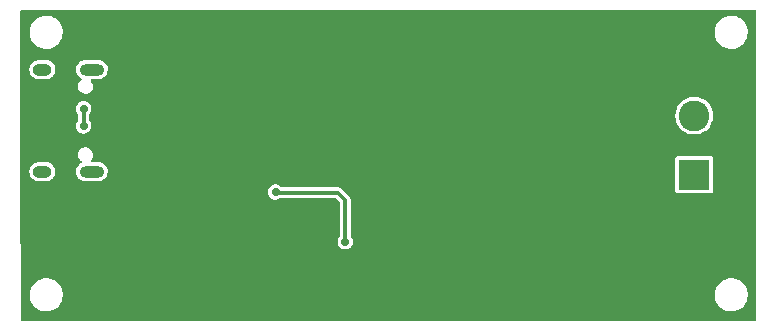
<source format=gbr>
%TF.GenerationSoftware,KiCad,Pcbnew,6.0.4-6f826c9f35~116~ubuntu21.10.1*%
%TF.CreationDate,2022-04-19T16:41:44+02:00*%
%TF.ProjectId,mbus,6d627573-2e6b-4696-9361-645f70636258,rev?*%
%TF.SameCoordinates,Original*%
%TF.FileFunction,Copper,L2,Bot*%
%TF.FilePolarity,Positive*%
%FSLAX46Y46*%
G04 Gerber Fmt 4.6, Leading zero omitted, Abs format (unit mm)*
G04 Created by KiCad (PCBNEW 6.0.4-6f826c9f35~116~ubuntu21.10.1) date 2022-04-19 16:41:44*
%MOMM*%
%LPD*%
G01*
G04 APERTURE LIST*
%TA.AperFunction,ComponentPad*%
%ADD10O,2.100000X1.000000*%
%TD*%
%TA.AperFunction,ComponentPad*%
%ADD11O,1.600000X1.000000*%
%TD*%
%TA.AperFunction,ComponentPad*%
%ADD12R,2.600000X2.600000*%
%TD*%
%TA.AperFunction,ComponentPad*%
%ADD13C,2.600000*%
%TD*%
%TA.AperFunction,ViaPad*%
%ADD14C,0.700000*%
%TD*%
%TA.AperFunction,Conductor*%
%ADD15C,0.300000*%
%TD*%
G04 APERTURE END LIST*
D10*
%TO.P,J1,S1,SHIELD*%
%TO.N,unconnected-(J1-PadS1)*%
X49630000Y-72180000D03*
D11*
X45450000Y-72180000D03*
X45450000Y-80820000D03*
D10*
X49630000Y-80820000D03*
%TD*%
D12*
%TO.P,J2,1,Pin_1*%
%TO.N,/+*%
X100650000Y-81075000D03*
D13*
%TO.P,J2,2,Pin_2*%
%TO.N,/-*%
X100650000Y-76075000D03*
%TD*%
D14*
%TO.N,GND*%
X69250000Y-84900000D03*
X68400000Y-84900000D03*
X67600000Y-84900000D03*
X70050000Y-84900000D03*
X60400000Y-84850000D03*
X57450000Y-83250000D03*
X58050000Y-82550000D03*
%TO.N,+34V*%
X71100000Y-86750000D03*
X65200000Y-82550000D03*
%TO.N,GND*%
X66700000Y-75300000D03*
X75200000Y-76750000D03*
X75200000Y-74850000D03*
X60250000Y-80700000D03*
X63200000Y-80700000D03*
X60700000Y-77250000D03*
X52600000Y-80600000D03*
X51600000Y-80600000D03*
X52550000Y-72400000D03*
X51550000Y-72400000D03*
X71225000Y-79475000D03*
X71225000Y-80750000D03*
X68400000Y-80650000D03*
X52700000Y-76500000D03*
%TO.N,/USB_CONN_D-*%
X48950000Y-75500000D03*
X48949992Y-76949992D03*
%TD*%
D15*
%TO.N,+34V*%
X71100000Y-83250000D02*
X71100000Y-86750000D01*
X70450000Y-82600000D02*
X71100000Y-83250000D01*
X65200000Y-82550000D02*
X65250000Y-82600000D01*
X65250000Y-82600000D02*
X70450000Y-82600000D01*
%TO.N,/USB_CONN_D-*%
X48950000Y-76949984D02*
X48950000Y-75500000D01*
X48949992Y-76949992D02*
X48950000Y-76949984D01*
%TD*%
%TA.AperFunction,Conductor*%
%TO.N,GND*%
G36*
X105820233Y-67120002D02*
G01*
X105866726Y-67173658D01*
X105878112Y-67225897D01*
X105890810Y-82706765D01*
X105898717Y-92345409D01*
X105899469Y-93262757D01*
X105897555Y-93284737D01*
X105894864Y-93300000D01*
X105896583Y-93309749D01*
X105895227Y-93326977D01*
X105892858Y-93341936D01*
X105880676Y-93379430D01*
X105870458Y-93399484D01*
X105847286Y-93431376D01*
X105831376Y-93447286D01*
X105799484Y-93470458D01*
X105779430Y-93480676D01*
X105741936Y-93492858D01*
X105726977Y-93495227D01*
X105709749Y-93496583D01*
X105700000Y-93494864D01*
X105689144Y-93496778D01*
X105684572Y-93497584D01*
X105662691Y-93499497D01*
X74749375Y-93497723D01*
X43840889Y-93495949D01*
X43819006Y-93494032D01*
X43814437Y-93493226D01*
X43803582Y-93491311D01*
X43793832Y-93493029D01*
X43776605Y-93491672D01*
X43761633Y-93489300D01*
X43724150Y-93477119D01*
X43704081Y-93466892D01*
X43672195Y-93443724D01*
X43656276Y-93427805D01*
X43633106Y-93395917D01*
X43624705Y-93379430D01*
X43622881Y-93375850D01*
X43610700Y-93338367D01*
X43608328Y-93323395D01*
X43606971Y-93306168D01*
X43608689Y-93296418D01*
X43605936Y-93280811D01*
X43604020Y-93259036D01*
X43603472Y-92649521D01*
X43602153Y-91183789D01*
X44375996Y-91183789D01*
X44384913Y-91421295D01*
X44433719Y-91653904D01*
X44435677Y-91658863D01*
X44435678Y-91658865D01*
X44484925Y-91783564D01*
X44521020Y-91874963D01*
X44644319Y-92078153D01*
X44800090Y-92257664D01*
X44804216Y-92261047D01*
X44804220Y-92261051D01*
X44902614Y-92341728D01*
X44983880Y-92408362D01*
X44988516Y-92411001D01*
X44988519Y-92411003D01*
X45089561Y-92468519D01*
X45190433Y-92525939D01*
X45413844Y-92607034D01*
X45419092Y-92607983D01*
X45643641Y-92648588D01*
X45643648Y-92648589D01*
X45647725Y-92649326D01*
X45665991Y-92650187D01*
X45671131Y-92650430D01*
X45671138Y-92650430D01*
X45672619Y-92650500D01*
X45839680Y-92650500D01*
X45922026Y-92643513D01*
X46011512Y-92635920D01*
X46011516Y-92635919D01*
X46016823Y-92635469D01*
X46021978Y-92634131D01*
X46021984Y-92634130D01*
X46241703Y-92577102D01*
X46241702Y-92577102D01*
X46246874Y-92575760D01*
X46363327Y-92523302D01*
X46458715Y-92480333D01*
X46458718Y-92480332D01*
X46463576Y-92478143D01*
X46660732Y-92345409D01*
X46832705Y-92181355D01*
X46974579Y-91990670D01*
X47082295Y-91778807D01*
X47121079Y-91653904D01*
X47151193Y-91556919D01*
X47152775Y-91551824D01*
X47184004Y-91316211D01*
X47179032Y-91183789D01*
X102375996Y-91183789D01*
X102384913Y-91421295D01*
X102433719Y-91653904D01*
X102435677Y-91658863D01*
X102435678Y-91658865D01*
X102484925Y-91783564D01*
X102521020Y-91874963D01*
X102644319Y-92078153D01*
X102800090Y-92257664D01*
X102804216Y-92261047D01*
X102804220Y-92261051D01*
X102902614Y-92341728D01*
X102983880Y-92408362D01*
X102988516Y-92411001D01*
X102988519Y-92411003D01*
X103089561Y-92468519D01*
X103190433Y-92525939D01*
X103413844Y-92607034D01*
X103419092Y-92607983D01*
X103643641Y-92648588D01*
X103643648Y-92648589D01*
X103647725Y-92649326D01*
X103665991Y-92650187D01*
X103671131Y-92650430D01*
X103671138Y-92650430D01*
X103672619Y-92650500D01*
X103839680Y-92650500D01*
X103922026Y-92643513D01*
X104011512Y-92635920D01*
X104011516Y-92635919D01*
X104016823Y-92635469D01*
X104021978Y-92634131D01*
X104021984Y-92634130D01*
X104241703Y-92577102D01*
X104241702Y-92577102D01*
X104246874Y-92575760D01*
X104363327Y-92523302D01*
X104458715Y-92480333D01*
X104458718Y-92480332D01*
X104463576Y-92478143D01*
X104660732Y-92345409D01*
X104832705Y-92181355D01*
X104974579Y-91990670D01*
X105082295Y-91778807D01*
X105121079Y-91653904D01*
X105151193Y-91556919D01*
X105152775Y-91551824D01*
X105184004Y-91316211D01*
X105175087Y-91078705D01*
X105126281Y-90846096D01*
X105076954Y-90721193D01*
X105040941Y-90630002D01*
X105040940Y-90630000D01*
X105038980Y-90625037D01*
X104915681Y-90421847D01*
X104759910Y-90242336D01*
X104755784Y-90238953D01*
X104755780Y-90238949D01*
X104580248Y-90095023D01*
X104576120Y-90091638D01*
X104571484Y-90088999D01*
X104571481Y-90088997D01*
X104449685Y-90019667D01*
X104369567Y-89974061D01*
X104146156Y-89892966D01*
X104140908Y-89892017D01*
X103916359Y-89851412D01*
X103916352Y-89851411D01*
X103912275Y-89850674D01*
X103894009Y-89849813D01*
X103888869Y-89849570D01*
X103888862Y-89849570D01*
X103887381Y-89849500D01*
X103720320Y-89849500D01*
X103637974Y-89856487D01*
X103548488Y-89864080D01*
X103548484Y-89864081D01*
X103543177Y-89864531D01*
X103538022Y-89865869D01*
X103538016Y-89865870D01*
X103426612Y-89894785D01*
X103313126Y-89924240D01*
X103215766Y-89968097D01*
X103101285Y-90019667D01*
X103101282Y-90019668D01*
X103096424Y-90021857D01*
X102899268Y-90154591D01*
X102727295Y-90318645D01*
X102585421Y-90509330D01*
X102477705Y-90721193D01*
X102476124Y-90726284D01*
X102476123Y-90726287D01*
X102437301Y-90851315D01*
X102407225Y-90948176D01*
X102375996Y-91183789D01*
X47179032Y-91183789D01*
X47175087Y-91078705D01*
X47126281Y-90846096D01*
X47076954Y-90721193D01*
X47040941Y-90630002D01*
X47040940Y-90630000D01*
X47038980Y-90625037D01*
X46915681Y-90421847D01*
X46759910Y-90242336D01*
X46755784Y-90238953D01*
X46755780Y-90238949D01*
X46580248Y-90095023D01*
X46576120Y-90091638D01*
X46571484Y-90088999D01*
X46571481Y-90088997D01*
X46449685Y-90019667D01*
X46369567Y-89974061D01*
X46146156Y-89892966D01*
X46140908Y-89892017D01*
X45916359Y-89851412D01*
X45916352Y-89851411D01*
X45912275Y-89850674D01*
X45894009Y-89849813D01*
X45888869Y-89849570D01*
X45888862Y-89849570D01*
X45887381Y-89849500D01*
X45720320Y-89849500D01*
X45637974Y-89856487D01*
X45548488Y-89864080D01*
X45548484Y-89864081D01*
X45543177Y-89864531D01*
X45538022Y-89865869D01*
X45538016Y-89865870D01*
X45426612Y-89894785D01*
X45313126Y-89924240D01*
X45215766Y-89968097D01*
X45101285Y-90019667D01*
X45101282Y-90019668D01*
X45096424Y-90021857D01*
X44899268Y-90154591D01*
X44727295Y-90318645D01*
X44585421Y-90509330D01*
X44477705Y-90721193D01*
X44476124Y-90726284D01*
X44476123Y-90726287D01*
X44437301Y-90851315D01*
X44407225Y-90948176D01*
X44375996Y-91183789D01*
X43602153Y-91183789D01*
X43594496Y-82675500D01*
X43594377Y-82543138D01*
X64544758Y-82543138D01*
X64562035Y-82699633D01*
X64616143Y-82847490D01*
X64703958Y-82978172D01*
X64721266Y-82993921D01*
X64805428Y-83070502D01*
X64820410Y-83084135D01*
X64855669Y-83103279D01*
X64952099Y-83155637D01*
X64952101Y-83155638D01*
X64958776Y-83159262D01*
X64966125Y-83161190D01*
X65103719Y-83197287D01*
X65103721Y-83197287D01*
X65111069Y-83199215D01*
X65194380Y-83200524D01*
X65260898Y-83201569D01*
X65260901Y-83201569D01*
X65268495Y-83201688D01*
X65421968Y-83166538D01*
X65562625Y-83095795D01*
X65580312Y-83080689D01*
X65645102Y-83051658D01*
X65662142Y-83050500D01*
X70211207Y-83050500D01*
X70279328Y-83070502D01*
X70300302Y-83087405D01*
X70612595Y-83399698D01*
X70646621Y-83462010D01*
X70649500Y-83488793D01*
X70649500Y-86224030D01*
X70629498Y-86292151D01*
X70618020Y-86307184D01*
X70613034Y-86311533D01*
X70522501Y-86440348D01*
X70465309Y-86587039D01*
X70444758Y-86743138D01*
X70462035Y-86899633D01*
X70516143Y-87047490D01*
X70520380Y-87053796D01*
X70520382Y-87053799D01*
X70560709Y-87113811D01*
X70603958Y-87178172D01*
X70720410Y-87284135D01*
X70727085Y-87287759D01*
X70852099Y-87355637D01*
X70852101Y-87355638D01*
X70858776Y-87359262D01*
X70866125Y-87361190D01*
X71003719Y-87397287D01*
X71003721Y-87397287D01*
X71011069Y-87399215D01*
X71094380Y-87400524D01*
X71160898Y-87401569D01*
X71160901Y-87401569D01*
X71168495Y-87401688D01*
X71321968Y-87366538D01*
X71462625Y-87295795D01*
X71488869Y-87273381D01*
X71576574Y-87198474D01*
X71576576Y-87198471D01*
X71582348Y-87193542D01*
X71674224Y-87065683D01*
X71732950Y-86919598D01*
X71755134Y-86763723D01*
X71755278Y-86750000D01*
X71736363Y-86593694D01*
X71680710Y-86446412D01*
X71591531Y-86316657D01*
X71585865Y-86311609D01*
X71581986Y-86307209D01*
X71551941Y-86242883D01*
X71550500Y-86223884D01*
X71550500Y-83284220D01*
X71551373Y-83269411D01*
X71554257Y-83245043D01*
X71555364Y-83235690D01*
X71553672Y-83226426D01*
X71553672Y-83226422D01*
X71544827Y-83177989D01*
X71544178Y-83174088D01*
X71536851Y-83125355D01*
X71536849Y-83125347D01*
X71535449Y-83116038D01*
X71532323Y-83109528D01*
X71531026Y-83102427D01*
X71514443Y-83070502D01*
X71503982Y-83050363D01*
X71502214Y-83046825D01*
X71480886Y-83002411D01*
X71476809Y-82993921D01*
X71471922Y-82988635D01*
X71471895Y-82988595D01*
X71468580Y-82982212D01*
X71464275Y-82977172D01*
X71427048Y-82939945D01*
X71423618Y-82936379D01*
X71391246Y-82901359D01*
X71384854Y-82894444D01*
X71378495Y-82890751D01*
X71372337Y-82885234D01*
X70906749Y-82419646D01*
X99049500Y-82419646D01*
X99052618Y-82445846D01*
X99098061Y-82548153D01*
X99177287Y-82627241D01*
X99187924Y-82631944D01*
X99187926Y-82631945D01*
X99247462Y-82658265D01*
X99279673Y-82672506D01*
X99305354Y-82675500D01*
X101994646Y-82675500D01*
X101998350Y-82675059D01*
X101998353Y-82675059D01*
X102005746Y-82674179D01*
X102020846Y-82672382D01*
X102123153Y-82626939D01*
X102202241Y-82547713D01*
X102207594Y-82535607D01*
X102243675Y-82453992D01*
X102247506Y-82445327D01*
X102250500Y-82419646D01*
X102250500Y-79730354D01*
X102247382Y-79704154D01*
X102201939Y-79601847D01*
X102184889Y-79584826D01*
X102130945Y-79530977D01*
X102122713Y-79522759D01*
X102112076Y-79518056D01*
X102112074Y-79518055D01*
X102052538Y-79491735D01*
X102020327Y-79477494D01*
X101994646Y-79474500D01*
X99305354Y-79474500D01*
X99301650Y-79474941D01*
X99301647Y-79474941D01*
X99294254Y-79475821D01*
X99279154Y-79477618D01*
X99270514Y-79481456D01*
X99270513Y-79481456D01*
X99193462Y-79515681D01*
X99176847Y-79523061D01*
X99097759Y-79602287D01*
X99052494Y-79704673D01*
X99049500Y-79730354D01*
X99049500Y-82419646D01*
X70906749Y-82419646D01*
X70792753Y-82305650D01*
X70782899Y-82294561D01*
X70767707Y-82275291D01*
X70767705Y-82275289D01*
X70761872Y-82267890D01*
X70754125Y-82262535D01*
X70754123Y-82262534D01*
X70713625Y-82234545D01*
X70710403Y-82232243D01*
X70670758Y-82202960D01*
X70670757Y-82202959D01*
X70663184Y-82197366D01*
X70656368Y-82194973D01*
X70650431Y-82190869D01*
X70641451Y-82188029D01*
X70641449Y-82188028D01*
X70621283Y-82181650D01*
X70594481Y-82173174D01*
X70590750Y-82171929D01*
X70544263Y-82155604D01*
X70544261Y-82155604D01*
X70535369Y-82152481D01*
X70528181Y-82152199D01*
X70528122Y-82152188D01*
X70521270Y-82150020D01*
X70514663Y-82149500D01*
X70461984Y-82149500D01*
X70457037Y-82149403D01*
X70400006Y-82147162D01*
X70392900Y-82149046D01*
X70384653Y-82149500D01*
X65776160Y-82149500D01*
X65708039Y-82129498D01*
X65692208Y-82115897D01*
X65691531Y-82116657D01*
X65579648Y-82016972D01*
X65579645Y-82016970D01*
X65573976Y-82011919D01*
X65434831Y-81938245D01*
X65418122Y-81934048D01*
X65289498Y-81901740D01*
X65289496Y-81901740D01*
X65282128Y-81899889D01*
X65274530Y-81899849D01*
X65274528Y-81899849D01*
X65207319Y-81899497D01*
X65124684Y-81899065D01*
X65117305Y-81900837D01*
X65117301Y-81900837D01*
X64978967Y-81934048D01*
X64978963Y-81934049D01*
X64971588Y-81935820D01*
X64831679Y-82008032D01*
X64825957Y-82013024D01*
X64825955Y-82013025D01*
X64718759Y-82106538D01*
X64718756Y-82106541D01*
X64713034Y-82111533D01*
X64685985Y-82150020D01*
X64627376Y-82233412D01*
X64622501Y-82240348D01*
X64565309Y-82387039D01*
X64544758Y-82543138D01*
X43594377Y-82543138D01*
X43592821Y-80814376D01*
X44344455Y-80814376D01*
X44363227Y-80992983D01*
X44421103Y-81162993D01*
X44515206Y-81315955D01*
X44520132Y-81320986D01*
X44520135Y-81320989D01*
X44523838Y-81324770D01*
X44640859Y-81444268D01*
X44646784Y-81448087D01*
X44646786Y-81448088D01*
X44785891Y-81537735D01*
X44791817Y-81541554D01*
X44798437Y-81543963D01*
X44798440Y-81543965D01*
X44953961Y-81600570D01*
X44953964Y-81600571D01*
X44960578Y-81602978D01*
X44987121Y-81606331D01*
X45095355Y-81620004D01*
X45095358Y-81620004D01*
X45099283Y-81620500D01*
X45795155Y-81620500D01*
X45928472Y-81605546D01*
X45935847Y-81602978D01*
X46003451Y-81579436D01*
X46098073Y-81546485D01*
X46105965Y-81541554D01*
X46244401Y-81455049D01*
X46250375Y-81451316D01*
X46314365Y-81387771D01*
X46372810Y-81329733D01*
X46372813Y-81329729D01*
X46377807Y-81324770D01*
X46474037Y-81173136D01*
X46484643Y-81143352D01*
X46531919Y-81010586D01*
X46531920Y-81010581D01*
X46534281Y-81003951D01*
X46535114Y-80996965D01*
X46535115Y-80996961D01*
X46554711Y-80832617D01*
X46555545Y-80825624D01*
X46554363Y-80814376D01*
X48274455Y-80814376D01*
X48293227Y-80992983D01*
X48351103Y-81162993D01*
X48445206Y-81315955D01*
X48450132Y-81320986D01*
X48450135Y-81320989D01*
X48453838Y-81324770D01*
X48570859Y-81444268D01*
X48576784Y-81448087D01*
X48576786Y-81448088D01*
X48715891Y-81537735D01*
X48721817Y-81541554D01*
X48728437Y-81543963D01*
X48728440Y-81543965D01*
X48883961Y-81600570D01*
X48883964Y-81600571D01*
X48890578Y-81602978D01*
X48917121Y-81606331D01*
X49025355Y-81620004D01*
X49025358Y-81620004D01*
X49029283Y-81620500D01*
X50225155Y-81620500D01*
X50358472Y-81605546D01*
X50365847Y-81602978D01*
X50433451Y-81579436D01*
X50528073Y-81546485D01*
X50535965Y-81541554D01*
X50674401Y-81455049D01*
X50680375Y-81451316D01*
X50744365Y-81387771D01*
X50802810Y-81329733D01*
X50802813Y-81329729D01*
X50807807Y-81324770D01*
X50904037Y-81173136D01*
X50914643Y-81143352D01*
X50961919Y-81010586D01*
X50961920Y-81010581D01*
X50964281Y-81003951D01*
X50965114Y-80996965D01*
X50965115Y-80996961D01*
X50984711Y-80832617D01*
X50985545Y-80825624D01*
X50966773Y-80647017D01*
X50908897Y-80477007D01*
X50814794Y-80324045D01*
X50809868Y-80319014D01*
X50809865Y-80319011D01*
X50749024Y-80256883D01*
X50689141Y-80195732D01*
X50672413Y-80184951D01*
X50544109Y-80102265D01*
X50538183Y-80098446D01*
X50531563Y-80096037D01*
X50531560Y-80096035D01*
X50376039Y-80039430D01*
X50376036Y-80039429D01*
X50369422Y-80037022D01*
X50312692Y-80029856D01*
X50234645Y-80019996D01*
X50234642Y-80019996D01*
X50230717Y-80019500D01*
X49658792Y-80019500D01*
X49590671Y-79999498D01*
X49544178Y-79945842D01*
X49534074Y-79875568D01*
X49561707Y-79813185D01*
X49627270Y-79733932D01*
X49632324Y-79727823D01*
X49699614Y-79584826D01*
X49711454Y-79522759D01*
X49727742Y-79437374D01*
X49727742Y-79437372D01*
X49729227Y-79429588D01*
X49719304Y-79271862D01*
X49707546Y-79235675D01*
X49672916Y-79129095D01*
X49672915Y-79129092D01*
X49670467Y-79121559D01*
X49585786Y-78988123D01*
X49470582Y-78879938D01*
X49332092Y-78803803D01*
X49179019Y-78764500D01*
X49060650Y-78764500D01*
X49056725Y-78764996D01*
X49056722Y-78764996D01*
X48951067Y-78778343D01*
X48951065Y-78778343D01*
X48943208Y-78779336D01*
X48935840Y-78782253D01*
X48935841Y-78782253D01*
X48803637Y-78834596D01*
X48803634Y-78834597D01*
X48796268Y-78837514D01*
X48668413Y-78930406D01*
X48663360Y-78936514D01*
X48572729Y-79046068D01*
X48572726Y-79046072D01*
X48567676Y-79052177D01*
X48500386Y-79195174D01*
X48470773Y-79350412D01*
X48480696Y-79508138D01*
X48483147Y-79515681D01*
X48503085Y-79577042D01*
X48529533Y-79658441D01*
X48614214Y-79791877D01*
X48619993Y-79797304D01*
X48619994Y-79797305D01*
X48729418Y-79900062D01*
X48728511Y-79901028D01*
X48766864Y-79950765D01*
X48772938Y-80021501D01*
X48739805Y-80084292D01*
X48716218Y-80103331D01*
X48579625Y-80188684D01*
X48515635Y-80252229D01*
X48457190Y-80310267D01*
X48457187Y-80310271D01*
X48452193Y-80315230D01*
X48355963Y-80466864D01*
X48353598Y-80473506D01*
X48298081Y-80629414D01*
X48298080Y-80629419D01*
X48295719Y-80636049D01*
X48294886Y-80643035D01*
X48294885Y-80643039D01*
X48279648Y-80770823D01*
X48274455Y-80814376D01*
X46554363Y-80814376D01*
X46536773Y-80647017D01*
X46478897Y-80477007D01*
X46384794Y-80324045D01*
X46379868Y-80319014D01*
X46379865Y-80319011D01*
X46319024Y-80256883D01*
X46259141Y-80195732D01*
X46242413Y-80184951D01*
X46114109Y-80102265D01*
X46108183Y-80098446D01*
X46101563Y-80096037D01*
X46101560Y-80096035D01*
X45946039Y-80039430D01*
X45946036Y-80039429D01*
X45939422Y-80037022D01*
X45882692Y-80029856D01*
X45804645Y-80019996D01*
X45804642Y-80019996D01*
X45800717Y-80019500D01*
X45104845Y-80019500D01*
X44971528Y-80034454D01*
X44964875Y-80036771D01*
X44964874Y-80036771D01*
X44896549Y-80060564D01*
X44801927Y-80093515D01*
X44795953Y-80097248D01*
X44795951Y-80097249D01*
X44787924Y-80102265D01*
X44649625Y-80188684D01*
X44585635Y-80252229D01*
X44527190Y-80310267D01*
X44527187Y-80310271D01*
X44522193Y-80315230D01*
X44425963Y-80466864D01*
X44423598Y-80473506D01*
X44368081Y-80629414D01*
X44368080Y-80629419D01*
X44365719Y-80636049D01*
X44364886Y-80643035D01*
X44364885Y-80643039D01*
X44349648Y-80770823D01*
X44344455Y-80814376D01*
X43592821Y-80814376D01*
X43589337Y-76943130D01*
X48294750Y-76943130D01*
X48312027Y-77099625D01*
X48366135Y-77247482D01*
X48370372Y-77253788D01*
X48370374Y-77253791D01*
X48410701Y-77313803D01*
X48453950Y-77378164D01*
X48570402Y-77484127D01*
X48630361Y-77516682D01*
X48702091Y-77555629D01*
X48702093Y-77555630D01*
X48708768Y-77559254D01*
X48716117Y-77561182D01*
X48853711Y-77597279D01*
X48853713Y-77597279D01*
X48861061Y-77599207D01*
X48944372Y-77600516D01*
X49010890Y-77601561D01*
X49010893Y-77601561D01*
X49018487Y-77601680D01*
X49171960Y-77566530D01*
X49312617Y-77495787D01*
X49338861Y-77473373D01*
X49426566Y-77398466D01*
X49426568Y-77398463D01*
X49432340Y-77393534D01*
X49524216Y-77265675D01*
X49582942Y-77119590D01*
X49596771Y-77022424D01*
X49604545Y-76967799D01*
X49604545Y-76967796D01*
X49605126Y-76963715D01*
X49605270Y-76949992D01*
X49586355Y-76793686D01*
X49530702Y-76646404D01*
X49441523Y-76516649D01*
X49435857Y-76511601D01*
X49431986Y-76507210D01*
X49401941Y-76442884D01*
X49400500Y-76423885D01*
X49400500Y-76075000D01*
X99044551Y-76075000D01*
X99064317Y-76326148D01*
X99065471Y-76330955D01*
X99065472Y-76330961D01*
X99101183Y-76479707D01*
X99123127Y-76571111D01*
X99125020Y-76575682D01*
X99125021Y-76575684D01*
X99212564Y-76787031D01*
X99219534Y-76803859D01*
X99351164Y-77018659D01*
X99354376Y-77022419D01*
X99354379Y-77022424D01*
X99426407Y-77106757D01*
X99514776Y-77210224D01*
X99518538Y-77213437D01*
X99702576Y-77370621D01*
X99702581Y-77370624D01*
X99706341Y-77373836D01*
X99921141Y-77505466D01*
X99925711Y-77507359D01*
X99925715Y-77507361D01*
X100147740Y-77599326D01*
X100153889Y-77601873D01*
X100238289Y-77622135D01*
X100394039Y-77659528D01*
X100394045Y-77659529D01*
X100398852Y-77660683D01*
X100650000Y-77680449D01*
X100901148Y-77660683D01*
X100905955Y-77659529D01*
X100905961Y-77659528D01*
X101061711Y-77622135D01*
X101146111Y-77601873D01*
X101152260Y-77599326D01*
X101374285Y-77507361D01*
X101374289Y-77507359D01*
X101378859Y-77505466D01*
X101593659Y-77373836D01*
X101597419Y-77370624D01*
X101597424Y-77370621D01*
X101781462Y-77213437D01*
X101785224Y-77210224D01*
X101873593Y-77106757D01*
X101945621Y-77022424D01*
X101945624Y-77022419D01*
X101948836Y-77018659D01*
X102080466Y-76803859D01*
X102087437Y-76787031D01*
X102174979Y-76575684D01*
X102174980Y-76575682D01*
X102176873Y-76571111D01*
X102198817Y-76479707D01*
X102234528Y-76330961D01*
X102234529Y-76330955D01*
X102235683Y-76326148D01*
X102255449Y-76075000D01*
X102235683Y-75823852D01*
X102229355Y-75797490D01*
X102178028Y-75583701D01*
X102176873Y-75578889D01*
X102151572Y-75517807D01*
X102082361Y-75350715D01*
X102082359Y-75350711D01*
X102080466Y-75346141D01*
X101948836Y-75131341D01*
X101945624Y-75127581D01*
X101945621Y-75127576D01*
X101788437Y-74943538D01*
X101785224Y-74939776D01*
X101729050Y-74891799D01*
X101597424Y-74779379D01*
X101597419Y-74779376D01*
X101593659Y-74776164D01*
X101378859Y-74644534D01*
X101374289Y-74642641D01*
X101374285Y-74642639D01*
X101150684Y-74550021D01*
X101150682Y-74550020D01*
X101146111Y-74548127D01*
X101061711Y-74527865D01*
X100905961Y-74490472D01*
X100905955Y-74490471D01*
X100901148Y-74489317D01*
X100650000Y-74469551D01*
X100398852Y-74489317D01*
X100394045Y-74490471D01*
X100394039Y-74490472D01*
X100238289Y-74527865D01*
X100153889Y-74548127D01*
X100149318Y-74550020D01*
X100149316Y-74550021D01*
X99925715Y-74642639D01*
X99925711Y-74642641D01*
X99921141Y-74644534D01*
X99706341Y-74776164D01*
X99702581Y-74779376D01*
X99702576Y-74779379D01*
X99570950Y-74891799D01*
X99514776Y-74939776D01*
X99511563Y-74943538D01*
X99354379Y-75127576D01*
X99354376Y-75127581D01*
X99351164Y-75131341D01*
X99219534Y-75346141D01*
X99217641Y-75350711D01*
X99217639Y-75350715D01*
X99148428Y-75517807D01*
X99123127Y-75578889D01*
X99121972Y-75583701D01*
X99070646Y-75797490D01*
X99064317Y-75823852D01*
X99044551Y-76075000D01*
X49400500Y-76075000D01*
X49400500Y-76025954D01*
X49420502Y-75957833D01*
X49429955Y-75945586D01*
X49432348Y-75943542D01*
X49443393Y-75928172D01*
X49462308Y-75901849D01*
X49524224Y-75815683D01*
X49582950Y-75669598D01*
X49595860Y-75578889D01*
X49604553Y-75517807D01*
X49604553Y-75517804D01*
X49605134Y-75513723D01*
X49605278Y-75500000D01*
X49586363Y-75343694D01*
X49530710Y-75196412D01*
X49441531Y-75066657D01*
X49394971Y-75025174D01*
X49329648Y-74966972D01*
X49329645Y-74966970D01*
X49323976Y-74961919D01*
X49184831Y-74888245D01*
X49168122Y-74884048D01*
X49039498Y-74851740D01*
X49039496Y-74851740D01*
X49032128Y-74849889D01*
X49024530Y-74849849D01*
X49024528Y-74849849D01*
X48957319Y-74849497D01*
X48874684Y-74849065D01*
X48867305Y-74850837D01*
X48867301Y-74850837D01*
X48728967Y-74884048D01*
X48728963Y-74884049D01*
X48721588Y-74885820D01*
X48714843Y-74889301D01*
X48714844Y-74889301D01*
X48617050Y-74939776D01*
X48581679Y-74958032D01*
X48575957Y-74963024D01*
X48575955Y-74963025D01*
X48468759Y-75056538D01*
X48468756Y-75056541D01*
X48463034Y-75061533D01*
X48372501Y-75190348D01*
X48315309Y-75337039D01*
X48294758Y-75493138D01*
X48312035Y-75649633D01*
X48366143Y-75797490D01*
X48370380Y-75803796D01*
X48370382Y-75803799D01*
X48387173Y-75828786D01*
X48453958Y-75928172D01*
X48459575Y-75933283D01*
X48464542Y-75939038D01*
X48463210Y-75940187D01*
X48495223Y-75992765D01*
X48499500Y-76025317D01*
X48499500Y-76424014D01*
X48479498Y-76492135D01*
X48468015Y-76507173D01*
X48463026Y-76511525D01*
X48372493Y-76640340D01*
X48315301Y-76787031D01*
X48294750Y-76943130D01*
X43589337Y-76943130D01*
X43585046Y-72174376D01*
X44344455Y-72174376D01*
X44363227Y-72352983D01*
X44421103Y-72522993D01*
X44515206Y-72675955D01*
X44520132Y-72680986D01*
X44520135Y-72680989D01*
X44523838Y-72684770D01*
X44640859Y-72804268D01*
X44646782Y-72808085D01*
X44646786Y-72808088D01*
X44785891Y-72897735D01*
X44791817Y-72901554D01*
X44798437Y-72903963D01*
X44798440Y-72903965D01*
X44953961Y-72960570D01*
X44953964Y-72960571D01*
X44960578Y-72962978D01*
X44987121Y-72966331D01*
X45095355Y-72980004D01*
X45095358Y-72980004D01*
X45099283Y-72980500D01*
X45795155Y-72980500D01*
X45928472Y-72965546D01*
X45935847Y-72962978D01*
X46003451Y-72939436D01*
X46098073Y-72906485D01*
X46105965Y-72901554D01*
X46244401Y-72815049D01*
X46250375Y-72811316D01*
X46314365Y-72747771D01*
X46372810Y-72689733D01*
X46372813Y-72689729D01*
X46377807Y-72684770D01*
X46474037Y-72533136D01*
X46484643Y-72503352D01*
X46531919Y-72370586D01*
X46531920Y-72370581D01*
X46534281Y-72363951D01*
X46535114Y-72356965D01*
X46535115Y-72356961D01*
X46554711Y-72192617D01*
X46555545Y-72185624D01*
X46554363Y-72174376D01*
X48274455Y-72174376D01*
X48293227Y-72352983D01*
X48351103Y-72522993D01*
X48445206Y-72675955D01*
X48450132Y-72680986D01*
X48450135Y-72680989D01*
X48453838Y-72684770D01*
X48570859Y-72804268D01*
X48587588Y-72815049D01*
X48720349Y-72900608D01*
X48766773Y-72954323D01*
X48776788Y-73024610D01*
X48747212Y-73089153D01*
X48726155Y-73108454D01*
X48668413Y-73150406D01*
X48663360Y-73156514D01*
X48572729Y-73266068D01*
X48572726Y-73266072D01*
X48567676Y-73272177D01*
X48500386Y-73415174D01*
X48470773Y-73570412D01*
X48480696Y-73728138D01*
X48483147Y-73735681D01*
X48503085Y-73797042D01*
X48529533Y-73878441D01*
X48614214Y-74011877D01*
X48729418Y-74120062D01*
X48867908Y-74196197D01*
X49020981Y-74235500D01*
X49139350Y-74235500D01*
X49143275Y-74235004D01*
X49143278Y-74235004D01*
X49248933Y-74221657D01*
X49248935Y-74221657D01*
X49256792Y-74220664D01*
X49328234Y-74192378D01*
X49396363Y-74165404D01*
X49396366Y-74165403D01*
X49403732Y-74162486D01*
X49531587Y-74069594D01*
X49574844Y-74017305D01*
X49627271Y-73953932D01*
X49627274Y-73953928D01*
X49632324Y-73947823D01*
X49699614Y-73804826D01*
X49729227Y-73649588D01*
X49719304Y-73491862D01*
X49707546Y-73455675D01*
X49672916Y-73349095D01*
X49672915Y-73349092D01*
X49670467Y-73341559D01*
X49585786Y-73208123D01*
X49575378Y-73198349D01*
X49539413Y-73137136D01*
X49542252Y-73066196D01*
X49582993Y-73008053D01*
X49648701Y-72981165D01*
X49661632Y-72980500D01*
X50225155Y-72980500D01*
X50358472Y-72965546D01*
X50365847Y-72962978D01*
X50433451Y-72939436D01*
X50528073Y-72906485D01*
X50535965Y-72901554D01*
X50674401Y-72815049D01*
X50680375Y-72811316D01*
X50744365Y-72747771D01*
X50802810Y-72689733D01*
X50802813Y-72689729D01*
X50807807Y-72684770D01*
X50904037Y-72533136D01*
X50914643Y-72503352D01*
X50961919Y-72370586D01*
X50961920Y-72370581D01*
X50964281Y-72363951D01*
X50965114Y-72356965D01*
X50965115Y-72356961D01*
X50984711Y-72192617D01*
X50985545Y-72185624D01*
X50966773Y-72007017D01*
X50908897Y-71837007D01*
X50814794Y-71684045D01*
X50809868Y-71679014D01*
X50809865Y-71679011D01*
X50749024Y-71616883D01*
X50689141Y-71555732D01*
X50672413Y-71544951D01*
X50544109Y-71462265D01*
X50538183Y-71458446D01*
X50531563Y-71456037D01*
X50531560Y-71456035D01*
X50376039Y-71399430D01*
X50376036Y-71399429D01*
X50369422Y-71397022D01*
X50312692Y-71389856D01*
X50234645Y-71379996D01*
X50234642Y-71379996D01*
X50230717Y-71379500D01*
X49034845Y-71379500D01*
X48901528Y-71394454D01*
X48894875Y-71396771D01*
X48894874Y-71396771D01*
X48826549Y-71420564D01*
X48731927Y-71453515D01*
X48725953Y-71457248D01*
X48725951Y-71457249D01*
X48717924Y-71462265D01*
X48579625Y-71548684D01*
X48515635Y-71612229D01*
X48457190Y-71670267D01*
X48457187Y-71670271D01*
X48452193Y-71675230D01*
X48355963Y-71826864D01*
X48353598Y-71833506D01*
X48298081Y-71989414D01*
X48298080Y-71989419D01*
X48295719Y-71996049D01*
X48294886Y-72003035D01*
X48294885Y-72003039D01*
X48279648Y-72130823D01*
X48274455Y-72174376D01*
X46554363Y-72174376D01*
X46536773Y-72007017D01*
X46478897Y-71837007D01*
X46384794Y-71684045D01*
X46379868Y-71679014D01*
X46379865Y-71679011D01*
X46319024Y-71616883D01*
X46259141Y-71555732D01*
X46242413Y-71544951D01*
X46114109Y-71462265D01*
X46108183Y-71458446D01*
X46101563Y-71456037D01*
X46101560Y-71456035D01*
X45946039Y-71399430D01*
X45946036Y-71399429D01*
X45939422Y-71397022D01*
X45882692Y-71389856D01*
X45804645Y-71379996D01*
X45804642Y-71379996D01*
X45800717Y-71379500D01*
X45104845Y-71379500D01*
X44971528Y-71394454D01*
X44964875Y-71396771D01*
X44964874Y-71396771D01*
X44896549Y-71420564D01*
X44801927Y-71453515D01*
X44795953Y-71457248D01*
X44795951Y-71457249D01*
X44787924Y-71462265D01*
X44649625Y-71548684D01*
X44585635Y-71612229D01*
X44527190Y-71670267D01*
X44527187Y-71670271D01*
X44522193Y-71675230D01*
X44425963Y-71826864D01*
X44423598Y-71833506D01*
X44368081Y-71989414D01*
X44368080Y-71989419D01*
X44365719Y-71996049D01*
X44364886Y-72003035D01*
X44364885Y-72003039D01*
X44349648Y-72130823D01*
X44344455Y-72174376D01*
X43585046Y-72174376D01*
X43582148Y-68953789D01*
X44375996Y-68953789D01*
X44384913Y-69191295D01*
X44433719Y-69423904D01*
X44435677Y-69428863D01*
X44435678Y-69428865D01*
X44484925Y-69553564D01*
X44521020Y-69644963D01*
X44644319Y-69848153D01*
X44800090Y-70027664D01*
X44804216Y-70031047D01*
X44804220Y-70031051D01*
X44902614Y-70111728D01*
X44983880Y-70178362D01*
X44988516Y-70181001D01*
X44988519Y-70181003D01*
X45089561Y-70238519D01*
X45190433Y-70295939D01*
X45413844Y-70377034D01*
X45419092Y-70377983D01*
X45643641Y-70418588D01*
X45643648Y-70418589D01*
X45647725Y-70419326D01*
X45665991Y-70420187D01*
X45671131Y-70420430D01*
X45671138Y-70420430D01*
X45672619Y-70420500D01*
X45839680Y-70420500D01*
X45922026Y-70413513D01*
X46011512Y-70405920D01*
X46011516Y-70405919D01*
X46016823Y-70405469D01*
X46021978Y-70404131D01*
X46021984Y-70404130D01*
X46241703Y-70347102D01*
X46241702Y-70347102D01*
X46246874Y-70345760D01*
X46363327Y-70293302D01*
X46458715Y-70250333D01*
X46458718Y-70250332D01*
X46463576Y-70248143D01*
X46660732Y-70115409D01*
X46832705Y-69951355D01*
X46974579Y-69760670D01*
X47082295Y-69548807D01*
X47121079Y-69423904D01*
X47151193Y-69326919D01*
X47152775Y-69321824D01*
X47184004Y-69086211D01*
X47179032Y-68953789D01*
X102375996Y-68953789D01*
X102384913Y-69191295D01*
X102433719Y-69423904D01*
X102435677Y-69428863D01*
X102435678Y-69428865D01*
X102484925Y-69553564D01*
X102521020Y-69644963D01*
X102644319Y-69848153D01*
X102800090Y-70027664D01*
X102804216Y-70031047D01*
X102804220Y-70031051D01*
X102902614Y-70111728D01*
X102983880Y-70178362D01*
X102988516Y-70181001D01*
X102988519Y-70181003D01*
X103089561Y-70238519D01*
X103190433Y-70295939D01*
X103413844Y-70377034D01*
X103419092Y-70377983D01*
X103643641Y-70418588D01*
X103643648Y-70418589D01*
X103647725Y-70419326D01*
X103665991Y-70420187D01*
X103671131Y-70420430D01*
X103671138Y-70420430D01*
X103672619Y-70420500D01*
X103839680Y-70420500D01*
X103922026Y-70413513D01*
X104011512Y-70405920D01*
X104011516Y-70405919D01*
X104016823Y-70405469D01*
X104021978Y-70404131D01*
X104021984Y-70404130D01*
X104241703Y-70347102D01*
X104241702Y-70347102D01*
X104246874Y-70345760D01*
X104363327Y-70293302D01*
X104458715Y-70250333D01*
X104458718Y-70250332D01*
X104463576Y-70248143D01*
X104660732Y-70115409D01*
X104832705Y-69951355D01*
X104974579Y-69760670D01*
X105082295Y-69548807D01*
X105121079Y-69423904D01*
X105151193Y-69326919D01*
X105152775Y-69321824D01*
X105184004Y-69086211D01*
X105175087Y-68848705D01*
X105126281Y-68616096D01*
X105076954Y-68491193D01*
X105040941Y-68400002D01*
X105040940Y-68400000D01*
X105038980Y-68395037D01*
X104915681Y-68191847D01*
X104759910Y-68012336D01*
X104755784Y-68008953D01*
X104755780Y-68008949D01*
X104580248Y-67865023D01*
X104576120Y-67861638D01*
X104571484Y-67858999D01*
X104571481Y-67858997D01*
X104449685Y-67789667D01*
X104369567Y-67744061D01*
X104146156Y-67662966D01*
X104140908Y-67662017D01*
X103916359Y-67621412D01*
X103916352Y-67621411D01*
X103912275Y-67620674D01*
X103894009Y-67619813D01*
X103888869Y-67619570D01*
X103888862Y-67619570D01*
X103887381Y-67619500D01*
X103720320Y-67619500D01*
X103637974Y-67626487D01*
X103548488Y-67634080D01*
X103548484Y-67634081D01*
X103543177Y-67634531D01*
X103538022Y-67635869D01*
X103538016Y-67635870D01*
X103426612Y-67664785D01*
X103313126Y-67694240D01*
X103215766Y-67738097D01*
X103101285Y-67789667D01*
X103101282Y-67789668D01*
X103096424Y-67791857D01*
X102899268Y-67924591D01*
X102727295Y-68088645D01*
X102585421Y-68279330D01*
X102477705Y-68491193D01*
X102476124Y-68496284D01*
X102476123Y-68496287D01*
X102437301Y-68621315D01*
X102407225Y-68718176D01*
X102375996Y-68953789D01*
X47179032Y-68953789D01*
X47175087Y-68848705D01*
X47126281Y-68616096D01*
X47076954Y-68491193D01*
X47040941Y-68400002D01*
X47040940Y-68400000D01*
X47038980Y-68395037D01*
X46915681Y-68191847D01*
X46759910Y-68012336D01*
X46755784Y-68008953D01*
X46755780Y-68008949D01*
X46580248Y-67865023D01*
X46576120Y-67861638D01*
X46571484Y-67858999D01*
X46571481Y-67858997D01*
X46449685Y-67789667D01*
X46369567Y-67744061D01*
X46146156Y-67662966D01*
X46140908Y-67662017D01*
X45916359Y-67621412D01*
X45916352Y-67621411D01*
X45912275Y-67620674D01*
X45894009Y-67619813D01*
X45888869Y-67619570D01*
X45888862Y-67619570D01*
X45887381Y-67619500D01*
X45720320Y-67619500D01*
X45637974Y-67626487D01*
X45548488Y-67634080D01*
X45548484Y-67634081D01*
X45543177Y-67634531D01*
X45538022Y-67635869D01*
X45538016Y-67635870D01*
X45426612Y-67664785D01*
X45313126Y-67694240D01*
X45215766Y-67738097D01*
X45101285Y-67789667D01*
X45101282Y-67789668D01*
X45096424Y-67791857D01*
X44899268Y-67924591D01*
X44727295Y-68088645D01*
X44585421Y-68279330D01*
X44477705Y-68491193D01*
X44476124Y-68496284D01*
X44476123Y-68496287D01*
X44437301Y-68621315D01*
X44407225Y-68718176D01*
X44375996Y-68953789D01*
X43582148Y-68953789D01*
X43580593Y-67226113D01*
X43600534Y-67157975D01*
X43654148Y-67111434D01*
X43706593Y-67100000D01*
X105752112Y-67100000D01*
X105820233Y-67120002D01*
G37*
%TD.AperFunction*%
%TD*%
M02*

</source>
